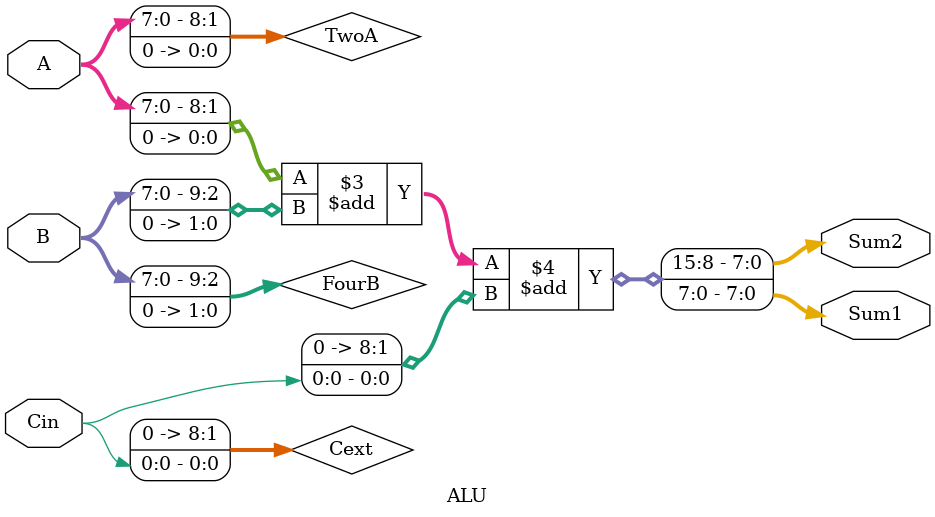
<source format=sv>
module ALU(
  input logic [7:0] A, B,
  input logic Cin,
  output logic [7:0] Sum1,
  output logic [7:0] Sum2
);
  
  logic [8:0] TwoA;
  logic [9:0] FourB;
  logic [8:0] Cext;
  
  assign TwoA = A << 1;     // Left shift A by 1 bit to multiply it by 2
  assign FourB = B << 2;   // Left shift B by 1 bit to multiply it by 4
  
  assign Cext = Cin;
  assign {Sum2, Sum1} = TwoA + FourB + Cext; // 2A + 4B
  
endmodule

</source>
